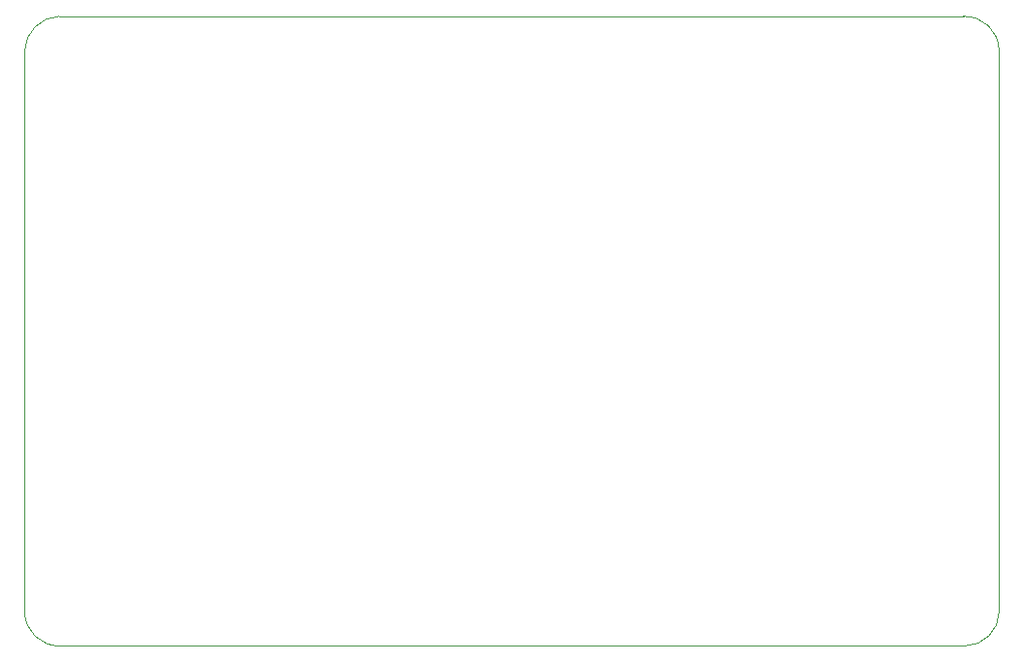
<source format=gbr>
%TF.GenerationSoftware,KiCad,Pcbnew,8.0.8-8.0.8-0~ubuntu22.04.1*%
%TF.CreationDate,2025-02-19T20:52:00+01:00*%
%TF.ProjectId,LO_synth_ADF4351_module,4c4f5f73-796e-4746-985f-414446343335,rev?*%
%TF.SameCoordinates,Original*%
%TF.FileFunction,Profile,NP*%
%FSLAX46Y46*%
G04 Gerber Fmt 4.6, Leading zero omitted, Abs format (unit mm)*
G04 Created by KiCad (PCBNEW 8.0.8-8.0.8-0~ubuntu22.04.1) date 2025-02-19 20:52:00*
%MOMM*%
%LPD*%
G01*
G04 APERTURE LIST*
%TA.AperFunction,Profile*%
%ADD10C,0.050000*%
%TD*%
G04 APERTURE END LIST*
D10*
X62997645Y-37000000D02*
G75*
G02*
X65999909Y-33997649I3123655J-121300D01*
G01*
X144878779Y-34002450D02*
G75*
G02*
X148000000Y-37000000I121221J-2997550D01*
G01*
X148000000Y-86000000D02*
G75*
G02*
X145000000Y-89000000I-3000000J0D01*
G01*
X145000000Y-89000000D02*
X66121320Y-89000000D01*
X63000000Y-86000000D02*
X63000000Y-37000000D01*
X148000000Y-37000000D02*
X148000000Y-86000000D01*
X66000000Y-34000001D02*
X144878779Y-34002450D01*
X66121320Y-89000000D02*
G75*
G02*
X62997548Y-86000000I-121320J3000000D01*
G01*
M02*

</source>
